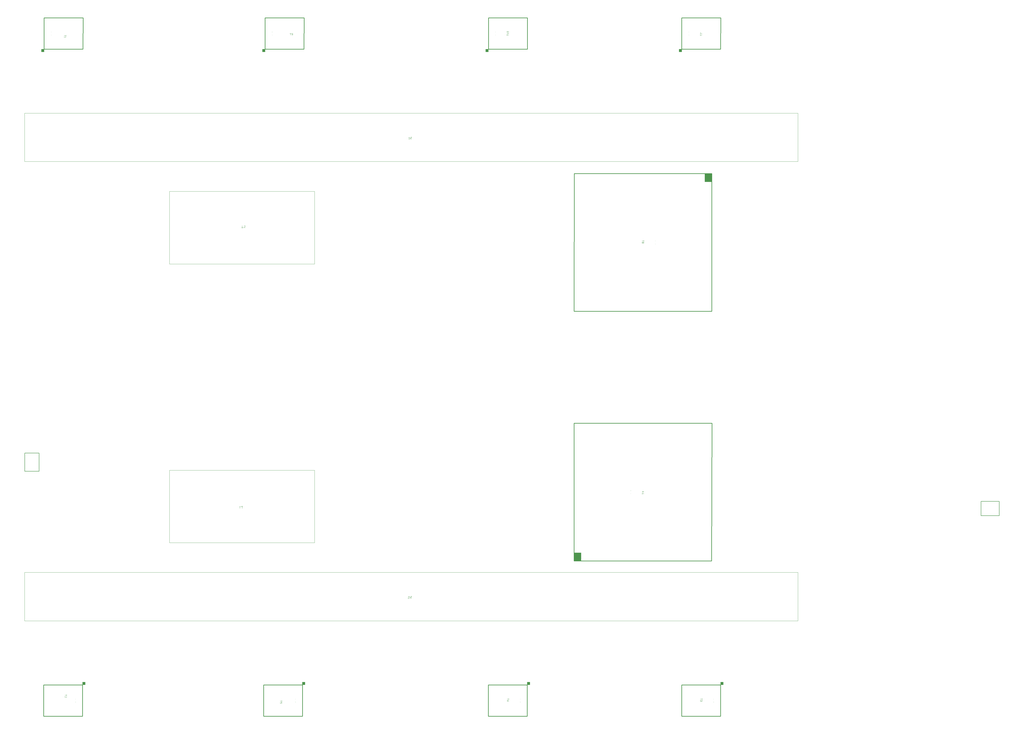
<source format=gbr>
%TF.GenerationSoftware,Altium Limited,Altium Designer,25.3.3 (18)*%
G04 Layer_Color=32768*
%FSLAX45Y45*%
%MOMM*%
%TF.SameCoordinates,A4CA6E92-6A9D-4088-ADF9-EEBE24E4F9EE*%
%TF.FilePolarity,Positive*%
%TF.FileFunction,Other,Bottom_3D_Body*%
%TF.Part,Single*%
G01*
G75*
%TA.AperFunction,NonConductor*%
%ADD71C,0.20000*%
%ADD72C,0.25400*%
%ADD73C,0.10000*%
%ADD78R,1.30000X1.30000*%
%ADD79R,3.00000X3.50000*%
D71*
X807500Y11442500D02*
X1402500D01*
Y10682500D02*
Y11442500D01*
X807500Y10682500D02*
X1402500D01*
X807500D02*
Y11442500D01*
X40372501Y8847500D02*
Y9442500D01*
X41132501D01*
Y8847500D02*
Y9442500D01*
X40372501Y8847500D02*
X41132501D01*
D72*
X19991302Y1850000D02*
X21600000D01*
X19988432Y550000D02*
X19991302Y1850000D01*
X21600000Y550000D02*
Y1850000D01*
X19988432Y550000D02*
X21600000D01*
X10691303Y1850000D02*
X12300000D01*
X10688432Y550000D02*
X10691303Y1850000D01*
X12300000Y550000D02*
Y1850000D01*
X10688432Y550000D02*
X12300000D01*
X1591303Y1850000D02*
X3200000D01*
X1588432Y550000D02*
X1591303Y1850000D01*
X3200000Y550000D02*
Y1850000D01*
X1588432Y550000D02*
X3200000D01*
X23547501Y23005000D02*
X29237500Y23005000D01*
X23534911Y17305093D02*
X23547501Y23005000D01*
X29237500Y17305000D02*
Y23005000D01*
X23534911Y17305000D02*
X29237500Y17305000D01*
X27992499Y28150000D02*
X29601196D01*
X29604068Y29450000D01*
X27992499Y28150000D02*
Y29450000D01*
X29604068D01*
X19992500Y28150000D02*
X21601196D01*
X21604068Y29450000D01*
X19992500Y28150000D02*
Y29450000D01*
X21604068D01*
X23537500Y6975000D02*
X29227499Y6975000D01*
Y6975000D02*
X29240091Y12674906D01*
X23537500Y6975000D02*
Y12675000D01*
X29240091Y12675000D01*
X1610000Y29450000D02*
X3221568D01*
X1610000Y28150000D02*
Y29450000D01*
X3218697Y28150000D02*
X3221568Y29450000D01*
X1610000Y28150000D02*
X3218697D01*
X10752500Y29450000D02*
X12364068D01*
X10752500Y28150000D02*
Y29450000D01*
X12361197Y28150000D02*
X12364068Y29450000D01*
X10752500Y28150000D02*
X12361197D01*
X27988431Y550000D02*
X29600000D01*
Y1850000D01*
X27988431Y550000D02*
X27991302Y1850000D01*
X29600000D01*
D73*
X16775000Y5500000D02*
X16825000D01*
X16800000Y5475000D02*
Y5525000D01*
X800000Y6500000D02*
X32800000D01*
X800000Y4500000D02*
X32800000D01*
X800000D02*
Y6500000D01*
X32800000Y4500000D02*
Y6500000D01*
X16775000Y24500000D02*
X16825000D01*
X16800000Y24475000D02*
Y24525000D01*
X800000Y25500000D02*
X32800000D01*
X800000Y23500000D02*
X32800000D01*
X800000D02*
Y25500000D01*
X32800000Y23500000D02*
Y25500000D01*
X21305000Y1260000D02*
X21305000Y1260000D01*
X21306500Y1140000D02*
X21310001Y1136500D01*
X12005000Y1260000D02*
X12005000Y1260000D01*
X12006501Y1140000D02*
X12010000Y1136500D01*
X2905000Y1260000D02*
X2905000Y1260000D01*
X2906501Y1140000D02*
X2910000Y1136500D01*
X26892499Y20214999D02*
X26892499Y20214999D01*
X26894000Y20095000D02*
X26897501Y20091501D01*
X28287500Y28739999D02*
X28287500Y28739999D01*
X28282501Y28863501D02*
X28285999Y28860001D01*
X20287500Y28739999D02*
X20287500Y28739999D01*
X20282500Y28863501D02*
X20285999Y28860001D01*
X9775000Y20764999D02*
X9825000D01*
X9800000Y20739999D02*
Y20789999D01*
X6800000Y19264999D02*
X12800000D01*
X6800000Y22264999D02*
X12800000D01*
Y19264999D02*
Y22264999D01*
X6800000Y19264999D02*
Y22264999D01*
X25882501Y9765000D02*
X25882501Y9765001D01*
X25877499Y9888500D02*
X25881000Y9885000D01*
X9775000Y9230000D02*
X9825000D01*
X9800000Y9205000D02*
Y9255000D01*
X6800000Y10730000D02*
X12800000D01*
X6800000Y7730000D02*
X12800000D01*
X6800000D02*
Y10730000D01*
X12800000Y7730000D02*
Y10730000D01*
X1900000Y28863501D02*
X1903499Y28860001D01*
X1905000Y28739999D02*
X1905000Y28739999D01*
X11042500Y28863501D02*
X11045999Y28860001D01*
X11047500Y28739999D02*
X11047500Y28739999D01*
X29306500Y1140000D02*
X29310001Y1136500D01*
X29304999Y1260000D02*
X29304999Y1260000D01*
X16800000Y5420026D02*
Y5500000D01*
Y5460013D01*
X16746684D01*
Y5420026D01*
Y5500000D01*
X16666710D02*
X16720026D01*
X16666710Y5446684D01*
Y5433355D01*
X16680038Y5420026D01*
X16706697D01*
X16720026Y5433355D01*
X16800000Y24420026D02*
Y24500000D01*
Y24460013D01*
X16746684D01*
Y24420026D01*
Y24500000D01*
X16720026D02*
X16693369D01*
X16706697D01*
Y24420026D01*
X16720026Y24433356D01*
X20832478Y1285000D02*
Y1238348D01*
Y1261674D01*
X20762500D01*
X20832478Y1168371D02*
X20820815Y1191697D01*
X20797488Y1215022D01*
X20774162D01*
X20762500Y1203360D01*
Y1180034D01*
X20774162Y1168371D01*
X20785826D01*
X20797488Y1180034D01*
Y1215022D01*
X11444978Y1200000D02*
Y1153348D01*
Y1176674D01*
X11375000D01*
X11444978Y1083371D02*
Y1130022D01*
X11409989D01*
X11421652Y1106697D01*
Y1095034D01*
X11409989Y1083371D01*
X11386663D01*
X11375000Y1095034D01*
Y1118359D01*
X11386663Y1130022D01*
X2537478Y1445000D02*
Y1398348D01*
Y1421674D01*
X2467500D01*
Y1328371D02*
Y1375022D01*
X2514152Y1328371D01*
X2525815D01*
X2537478Y1340034D01*
Y1363359D01*
X2525815Y1375022D01*
X26419977Y20239999D02*
Y20193349D01*
Y20216673D01*
X26350000D01*
X26408316Y20170023D02*
X26419977Y20158360D01*
Y20135034D01*
X26408316Y20123370D01*
X26396652D01*
X26384988Y20135034D01*
X26373325Y20123370D01*
X26361664D01*
X26350000Y20135034D01*
Y20158360D01*
X26361664Y20170023D01*
X26373325D01*
X26384988Y20158360D01*
X26396652Y20170023D01*
X26408316D01*
X26384988Y20158360D02*
Y20135034D01*
X28760022Y28714999D02*
Y28761652D01*
Y28738327D01*
X28829999D01*
X28760022Y28784976D02*
Y28831628D01*
X28771686D01*
X28818338Y28784976D01*
X28829999D01*
X20760022Y28714999D02*
Y28761652D01*
Y28738327D01*
X20830000D01*
Y28784976D02*
Y28808304D01*
Y28796640D01*
X20760022D01*
X20771684Y28784976D01*
Y28843292D02*
X20760022Y28854956D01*
Y28878281D01*
X20771684Y28889944D01*
X20818336D01*
X20830000Y28878281D01*
Y28854956D01*
X20818336Y28843292D01*
X20771684D01*
X9800000Y20844974D02*
Y20764999D01*
X9853316D01*
X9933290D02*
X9879974D01*
X9933290Y20818317D01*
Y20831645D01*
X9919961Y20844974D01*
X9893303D01*
X9879974Y20831645D01*
X26355023Y9740000D02*
Y9786652D01*
Y9763326D01*
X26425000D01*
Y9844966D02*
X26355023D01*
X26390012Y9809978D01*
Y9856629D01*
X9800000Y9150026D02*
Y9230000D01*
X9746684D01*
X9720026D02*
X9693368D01*
X9706697D01*
Y9150026D01*
X9720026Y9163355D01*
X2509977Y28732501D02*
Y28685849D01*
Y28709174D01*
X2440000D01*
Y28662524D02*
Y28639197D01*
Y28650861D01*
X2509977D01*
X2498315Y28662524D01*
X11777500Y28804977D02*
X11824152D01*
X11800826D01*
Y28735001D01*
X11847477Y28746664D02*
X11859140Y28735001D01*
X11882466D01*
X11894129Y28746664D01*
Y28793314D01*
X11882466Y28804977D01*
X11859140D01*
X11847477Y28793314D01*
Y28781653D01*
X11859140Y28769989D01*
X11894129D01*
X28832477Y1285000D02*
Y1238348D01*
Y1261674D01*
X28762500D01*
X28820816Y1215022D02*
X28832477Y1203360D01*
Y1180034D01*
X28820816Y1168371D01*
X28809152D01*
X28797488Y1180034D01*
Y1191697D01*
Y1180034D01*
X28785825Y1168371D01*
X28774164D01*
X28762500Y1180034D01*
Y1203360D01*
X28774164Y1215022D01*
D78*
X21654997Y1905003D02*
D03*
X12354975Y1905025D02*
D03*
X3254967Y1905033D02*
D03*
X27937509Y28095010D02*
D03*
X19937518Y28094986D02*
D03*
X1555018Y28095013D02*
D03*
X10697516Y28095016D02*
D03*
X29654996Y1905003D02*
D03*
D79*
X29087497Y22829967D02*
D03*
X23687495Y7150000D02*
D03*
%TF.MD5,a41d8d015651c7a934864edb5d2d29de*%
M02*

</source>
